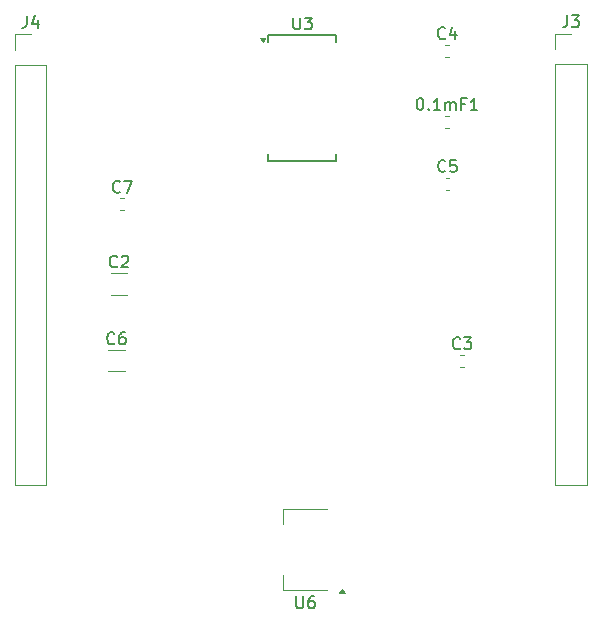
<source format=gbr>
%TF.GenerationSoftware,KiCad,Pcbnew,9.0.0*%
%TF.CreationDate,2025-04-07T20:23:24+05:30*%
%TF.ProjectId,arduino nano clone,61726475-696e-46f2-906e-616e6f20636c,rev?*%
%TF.SameCoordinates,Original*%
%TF.FileFunction,Legend,Top*%
%TF.FilePolarity,Positive*%
%FSLAX46Y46*%
G04 Gerber Fmt 4.6, Leading zero omitted, Abs format (unit mm)*
G04 Created by KiCad (PCBNEW 9.0.0) date 2025-04-07 20:23:24*
%MOMM*%
%LPD*%
G01*
G04 APERTURE LIST*
%ADD10C,0.150000*%
%ADD11C,0.120000*%
G04 APERTURE END LIST*
D10*
X176044046Y-70504819D02*
X176044046Y-71219104D01*
X176044046Y-71219104D02*
X175996427Y-71361961D01*
X175996427Y-71361961D02*
X175901189Y-71457200D01*
X175901189Y-71457200D02*
X175758332Y-71504819D01*
X175758332Y-71504819D02*
X175663094Y-71504819D01*
X176424999Y-70504819D02*
X177044046Y-70504819D01*
X177044046Y-70504819D02*
X176710713Y-70885771D01*
X176710713Y-70885771D02*
X176853570Y-70885771D01*
X176853570Y-70885771D02*
X176948808Y-70933390D01*
X176948808Y-70933390D02*
X176996427Y-70981009D01*
X176996427Y-70981009D02*
X177044046Y-71076247D01*
X177044046Y-71076247D02*
X177044046Y-71314342D01*
X177044046Y-71314342D02*
X176996427Y-71409580D01*
X176996427Y-71409580D02*
X176948808Y-71457200D01*
X176948808Y-71457200D02*
X176853570Y-71504819D01*
X176853570Y-71504819D02*
X176567856Y-71504819D01*
X176567856Y-71504819D02*
X176472618Y-71457200D01*
X176472618Y-71457200D02*
X176424999Y-71409580D01*
X138185713Y-85429580D02*
X138138094Y-85477200D01*
X138138094Y-85477200D02*
X137995237Y-85524819D01*
X137995237Y-85524819D02*
X137899999Y-85524819D01*
X137899999Y-85524819D02*
X137757142Y-85477200D01*
X137757142Y-85477200D02*
X137661904Y-85381961D01*
X137661904Y-85381961D02*
X137614285Y-85286723D01*
X137614285Y-85286723D02*
X137566666Y-85096247D01*
X137566666Y-85096247D02*
X137566666Y-84953390D01*
X137566666Y-84953390D02*
X137614285Y-84762914D01*
X137614285Y-84762914D02*
X137661904Y-84667676D01*
X137661904Y-84667676D02*
X137757142Y-84572438D01*
X137757142Y-84572438D02*
X137899999Y-84524819D01*
X137899999Y-84524819D02*
X137995237Y-84524819D01*
X137995237Y-84524819D02*
X138138094Y-84572438D01*
X138138094Y-84572438D02*
X138185713Y-84620057D01*
X138519047Y-84524819D02*
X139185713Y-84524819D01*
X139185713Y-84524819D02*
X138757142Y-85524819D01*
X153115475Y-119704819D02*
X153115475Y-120514342D01*
X153115475Y-120514342D02*
X153163094Y-120609580D01*
X153163094Y-120609580D02*
X153210713Y-120657200D01*
X153210713Y-120657200D02*
X153305951Y-120704819D01*
X153305951Y-120704819D02*
X153496427Y-120704819D01*
X153496427Y-120704819D02*
X153591665Y-120657200D01*
X153591665Y-120657200D02*
X153639284Y-120609580D01*
X153639284Y-120609580D02*
X153686903Y-120514342D01*
X153686903Y-120514342D02*
X153686903Y-119704819D01*
X154591665Y-119704819D02*
X154401189Y-119704819D01*
X154401189Y-119704819D02*
X154305951Y-119752438D01*
X154305951Y-119752438D02*
X154258332Y-119800057D01*
X154258332Y-119800057D02*
X154163094Y-119942914D01*
X154163094Y-119942914D02*
X154115475Y-120133390D01*
X154115475Y-120133390D02*
X154115475Y-120514342D01*
X154115475Y-120514342D02*
X154163094Y-120609580D01*
X154163094Y-120609580D02*
X154210713Y-120657200D01*
X154210713Y-120657200D02*
X154305951Y-120704819D01*
X154305951Y-120704819D02*
X154496427Y-120704819D01*
X154496427Y-120704819D02*
X154591665Y-120657200D01*
X154591665Y-120657200D02*
X154639284Y-120609580D01*
X154639284Y-120609580D02*
X154686903Y-120514342D01*
X154686903Y-120514342D02*
X154686903Y-120276247D01*
X154686903Y-120276247D02*
X154639284Y-120181009D01*
X154639284Y-120181009D02*
X154591665Y-120133390D01*
X154591665Y-120133390D02*
X154496427Y-120085771D01*
X154496427Y-120085771D02*
X154305951Y-120085771D01*
X154305951Y-120085771D02*
X154210713Y-120133390D01*
X154210713Y-120133390D02*
X154163094Y-120181009D01*
X154163094Y-120181009D02*
X154115475Y-120276247D01*
X137935713Y-91759580D02*
X137888094Y-91807200D01*
X137888094Y-91807200D02*
X137745237Y-91854819D01*
X137745237Y-91854819D02*
X137649999Y-91854819D01*
X137649999Y-91854819D02*
X137507142Y-91807200D01*
X137507142Y-91807200D02*
X137411904Y-91711961D01*
X137411904Y-91711961D02*
X137364285Y-91616723D01*
X137364285Y-91616723D02*
X137316666Y-91426247D01*
X137316666Y-91426247D02*
X137316666Y-91283390D01*
X137316666Y-91283390D02*
X137364285Y-91092914D01*
X137364285Y-91092914D02*
X137411904Y-90997676D01*
X137411904Y-90997676D02*
X137507142Y-90902438D01*
X137507142Y-90902438D02*
X137649999Y-90854819D01*
X137649999Y-90854819D02*
X137745237Y-90854819D01*
X137745237Y-90854819D02*
X137888094Y-90902438D01*
X137888094Y-90902438D02*
X137935713Y-90950057D01*
X138316666Y-90950057D02*
X138364285Y-90902438D01*
X138364285Y-90902438D02*
X138459523Y-90854819D01*
X138459523Y-90854819D02*
X138697618Y-90854819D01*
X138697618Y-90854819D02*
X138792856Y-90902438D01*
X138792856Y-90902438D02*
X138840475Y-90950057D01*
X138840475Y-90950057D02*
X138888094Y-91045295D01*
X138888094Y-91045295D02*
X138888094Y-91140533D01*
X138888094Y-91140533D02*
X138840475Y-91283390D01*
X138840475Y-91283390D02*
X138269047Y-91854819D01*
X138269047Y-91854819D02*
X138888094Y-91854819D01*
X166985713Y-98679580D02*
X166938094Y-98727200D01*
X166938094Y-98727200D02*
X166795237Y-98774819D01*
X166795237Y-98774819D02*
X166699999Y-98774819D01*
X166699999Y-98774819D02*
X166557142Y-98727200D01*
X166557142Y-98727200D02*
X166461904Y-98631961D01*
X166461904Y-98631961D02*
X166414285Y-98536723D01*
X166414285Y-98536723D02*
X166366666Y-98346247D01*
X166366666Y-98346247D02*
X166366666Y-98203390D01*
X166366666Y-98203390D02*
X166414285Y-98012914D01*
X166414285Y-98012914D02*
X166461904Y-97917676D01*
X166461904Y-97917676D02*
X166557142Y-97822438D01*
X166557142Y-97822438D02*
X166699999Y-97774819D01*
X166699999Y-97774819D02*
X166795237Y-97774819D01*
X166795237Y-97774819D02*
X166938094Y-97822438D01*
X166938094Y-97822438D02*
X166985713Y-97870057D01*
X167319047Y-97774819D02*
X167938094Y-97774819D01*
X167938094Y-97774819D02*
X167604761Y-98155771D01*
X167604761Y-98155771D02*
X167747618Y-98155771D01*
X167747618Y-98155771D02*
X167842856Y-98203390D01*
X167842856Y-98203390D02*
X167890475Y-98251009D01*
X167890475Y-98251009D02*
X167938094Y-98346247D01*
X167938094Y-98346247D02*
X167938094Y-98584342D01*
X167938094Y-98584342D02*
X167890475Y-98679580D01*
X167890475Y-98679580D02*
X167842856Y-98727200D01*
X167842856Y-98727200D02*
X167747618Y-98774819D01*
X167747618Y-98774819D02*
X167461904Y-98774819D01*
X167461904Y-98774819D02*
X167366666Y-98727200D01*
X167366666Y-98727200D02*
X167319047Y-98679580D01*
X165735713Y-83679580D02*
X165688094Y-83727200D01*
X165688094Y-83727200D02*
X165545237Y-83774819D01*
X165545237Y-83774819D02*
X165449999Y-83774819D01*
X165449999Y-83774819D02*
X165307142Y-83727200D01*
X165307142Y-83727200D02*
X165211904Y-83631961D01*
X165211904Y-83631961D02*
X165164285Y-83536723D01*
X165164285Y-83536723D02*
X165116666Y-83346247D01*
X165116666Y-83346247D02*
X165116666Y-83203390D01*
X165116666Y-83203390D02*
X165164285Y-83012914D01*
X165164285Y-83012914D02*
X165211904Y-82917676D01*
X165211904Y-82917676D02*
X165307142Y-82822438D01*
X165307142Y-82822438D02*
X165449999Y-82774819D01*
X165449999Y-82774819D02*
X165545237Y-82774819D01*
X165545237Y-82774819D02*
X165688094Y-82822438D01*
X165688094Y-82822438D02*
X165735713Y-82870057D01*
X166640475Y-82774819D02*
X166164285Y-82774819D01*
X166164285Y-82774819D02*
X166116666Y-83251009D01*
X166116666Y-83251009D02*
X166164285Y-83203390D01*
X166164285Y-83203390D02*
X166259523Y-83155771D01*
X166259523Y-83155771D02*
X166497618Y-83155771D01*
X166497618Y-83155771D02*
X166592856Y-83203390D01*
X166592856Y-83203390D02*
X166640475Y-83251009D01*
X166640475Y-83251009D02*
X166688094Y-83346247D01*
X166688094Y-83346247D02*
X166688094Y-83584342D01*
X166688094Y-83584342D02*
X166640475Y-83679580D01*
X166640475Y-83679580D02*
X166592856Y-83727200D01*
X166592856Y-83727200D02*
X166497618Y-83774819D01*
X166497618Y-83774819D02*
X166259523Y-83774819D01*
X166259523Y-83774819D02*
X166164285Y-83727200D01*
X166164285Y-83727200D02*
X166116666Y-83679580D01*
X137710713Y-98259580D02*
X137663094Y-98307200D01*
X137663094Y-98307200D02*
X137520237Y-98354819D01*
X137520237Y-98354819D02*
X137424999Y-98354819D01*
X137424999Y-98354819D02*
X137282142Y-98307200D01*
X137282142Y-98307200D02*
X137186904Y-98211961D01*
X137186904Y-98211961D02*
X137139285Y-98116723D01*
X137139285Y-98116723D02*
X137091666Y-97926247D01*
X137091666Y-97926247D02*
X137091666Y-97783390D01*
X137091666Y-97783390D02*
X137139285Y-97592914D01*
X137139285Y-97592914D02*
X137186904Y-97497676D01*
X137186904Y-97497676D02*
X137282142Y-97402438D01*
X137282142Y-97402438D02*
X137424999Y-97354819D01*
X137424999Y-97354819D02*
X137520237Y-97354819D01*
X137520237Y-97354819D02*
X137663094Y-97402438D01*
X137663094Y-97402438D02*
X137710713Y-97450057D01*
X138567856Y-97354819D02*
X138377380Y-97354819D01*
X138377380Y-97354819D02*
X138282142Y-97402438D01*
X138282142Y-97402438D02*
X138234523Y-97450057D01*
X138234523Y-97450057D02*
X138139285Y-97592914D01*
X138139285Y-97592914D02*
X138091666Y-97783390D01*
X138091666Y-97783390D02*
X138091666Y-98164342D01*
X138091666Y-98164342D02*
X138139285Y-98259580D01*
X138139285Y-98259580D02*
X138186904Y-98307200D01*
X138186904Y-98307200D02*
X138282142Y-98354819D01*
X138282142Y-98354819D02*
X138472618Y-98354819D01*
X138472618Y-98354819D02*
X138567856Y-98307200D01*
X138567856Y-98307200D02*
X138615475Y-98259580D01*
X138615475Y-98259580D02*
X138663094Y-98164342D01*
X138663094Y-98164342D02*
X138663094Y-97926247D01*
X138663094Y-97926247D02*
X138615475Y-97831009D01*
X138615475Y-97831009D02*
X138567856Y-97783390D01*
X138567856Y-97783390D02*
X138472618Y-97735771D01*
X138472618Y-97735771D02*
X138282142Y-97735771D01*
X138282142Y-97735771D02*
X138186904Y-97783390D01*
X138186904Y-97783390D02*
X138139285Y-97831009D01*
X138139285Y-97831009D02*
X138091666Y-97926247D01*
X163544047Y-77524819D02*
X163639285Y-77524819D01*
X163639285Y-77524819D02*
X163734523Y-77572438D01*
X163734523Y-77572438D02*
X163782142Y-77620057D01*
X163782142Y-77620057D02*
X163829761Y-77715295D01*
X163829761Y-77715295D02*
X163877380Y-77905771D01*
X163877380Y-77905771D02*
X163877380Y-78143866D01*
X163877380Y-78143866D02*
X163829761Y-78334342D01*
X163829761Y-78334342D02*
X163782142Y-78429580D01*
X163782142Y-78429580D02*
X163734523Y-78477200D01*
X163734523Y-78477200D02*
X163639285Y-78524819D01*
X163639285Y-78524819D02*
X163544047Y-78524819D01*
X163544047Y-78524819D02*
X163448809Y-78477200D01*
X163448809Y-78477200D02*
X163401190Y-78429580D01*
X163401190Y-78429580D02*
X163353571Y-78334342D01*
X163353571Y-78334342D02*
X163305952Y-78143866D01*
X163305952Y-78143866D02*
X163305952Y-77905771D01*
X163305952Y-77905771D02*
X163353571Y-77715295D01*
X163353571Y-77715295D02*
X163401190Y-77620057D01*
X163401190Y-77620057D02*
X163448809Y-77572438D01*
X163448809Y-77572438D02*
X163544047Y-77524819D01*
X164305952Y-78429580D02*
X164353571Y-78477200D01*
X164353571Y-78477200D02*
X164305952Y-78524819D01*
X164305952Y-78524819D02*
X164258333Y-78477200D01*
X164258333Y-78477200D02*
X164305952Y-78429580D01*
X164305952Y-78429580D02*
X164305952Y-78524819D01*
X165305951Y-78524819D02*
X164734523Y-78524819D01*
X165020237Y-78524819D02*
X165020237Y-77524819D01*
X165020237Y-77524819D02*
X164924999Y-77667676D01*
X164924999Y-77667676D02*
X164829761Y-77762914D01*
X164829761Y-77762914D02*
X164734523Y-77810533D01*
X165734523Y-78524819D02*
X165734523Y-77858152D01*
X165734523Y-77953390D02*
X165782142Y-77905771D01*
X165782142Y-77905771D02*
X165877380Y-77858152D01*
X165877380Y-77858152D02*
X166020237Y-77858152D01*
X166020237Y-77858152D02*
X166115475Y-77905771D01*
X166115475Y-77905771D02*
X166163094Y-78001009D01*
X166163094Y-78001009D02*
X166163094Y-78524819D01*
X166163094Y-78001009D02*
X166210713Y-77905771D01*
X166210713Y-77905771D02*
X166305951Y-77858152D01*
X166305951Y-77858152D02*
X166448808Y-77858152D01*
X166448808Y-77858152D02*
X166544047Y-77905771D01*
X166544047Y-77905771D02*
X166591666Y-78001009D01*
X166591666Y-78001009D02*
X166591666Y-78524819D01*
X167401189Y-78001009D02*
X167067856Y-78001009D01*
X167067856Y-78524819D02*
X167067856Y-77524819D01*
X167067856Y-77524819D02*
X167544046Y-77524819D01*
X168448808Y-78524819D02*
X167877380Y-78524819D01*
X168163094Y-78524819D02*
X168163094Y-77524819D01*
X168163094Y-77524819D02*
X168067856Y-77667676D01*
X168067856Y-77667676D02*
X167972618Y-77762914D01*
X167972618Y-77762914D02*
X167877380Y-77810533D01*
X165710713Y-72429580D02*
X165663094Y-72477200D01*
X165663094Y-72477200D02*
X165520237Y-72524819D01*
X165520237Y-72524819D02*
X165424999Y-72524819D01*
X165424999Y-72524819D02*
X165282142Y-72477200D01*
X165282142Y-72477200D02*
X165186904Y-72381961D01*
X165186904Y-72381961D02*
X165139285Y-72286723D01*
X165139285Y-72286723D02*
X165091666Y-72096247D01*
X165091666Y-72096247D02*
X165091666Y-71953390D01*
X165091666Y-71953390D02*
X165139285Y-71762914D01*
X165139285Y-71762914D02*
X165186904Y-71667676D01*
X165186904Y-71667676D02*
X165282142Y-71572438D01*
X165282142Y-71572438D02*
X165424999Y-71524819D01*
X165424999Y-71524819D02*
X165520237Y-71524819D01*
X165520237Y-71524819D02*
X165663094Y-71572438D01*
X165663094Y-71572438D02*
X165710713Y-71620057D01*
X166567856Y-71858152D02*
X166567856Y-72524819D01*
X166329761Y-71477200D02*
X166091666Y-72191485D01*
X166091666Y-72191485D02*
X166710713Y-72191485D01*
X152865475Y-70704819D02*
X152865475Y-71514342D01*
X152865475Y-71514342D02*
X152913094Y-71609580D01*
X152913094Y-71609580D02*
X152960713Y-71657200D01*
X152960713Y-71657200D02*
X153055951Y-71704819D01*
X153055951Y-71704819D02*
X153246427Y-71704819D01*
X153246427Y-71704819D02*
X153341665Y-71657200D01*
X153341665Y-71657200D02*
X153389284Y-71609580D01*
X153389284Y-71609580D02*
X153436903Y-71514342D01*
X153436903Y-71514342D02*
X153436903Y-70704819D01*
X153817856Y-70704819D02*
X154436903Y-70704819D01*
X154436903Y-70704819D02*
X154103570Y-71085771D01*
X154103570Y-71085771D02*
X154246427Y-71085771D01*
X154246427Y-71085771D02*
X154341665Y-71133390D01*
X154341665Y-71133390D02*
X154389284Y-71181009D01*
X154389284Y-71181009D02*
X154436903Y-71276247D01*
X154436903Y-71276247D02*
X154436903Y-71514342D01*
X154436903Y-71514342D02*
X154389284Y-71609580D01*
X154389284Y-71609580D02*
X154341665Y-71657200D01*
X154341665Y-71657200D02*
X154246427Y-71704819D01*
X154246427Y-71704819D02*
X153960713Y-71704819D01*
X153960713Y-71704819D02*
X153865475Y-71657200D01*
X153865475Y-71657200D02*
X153817856Y-71609580D01*
X130294046Y-70544819D02*
X130294046Y-71259104D01*
X130294046Y-71259104D02*
X130246427Y-71401961D01*
X130246427Y-71401961D02*
X130151189Y-71497200D01*
X130151189Y-71497200D02*
X130008332Y-71544819D01*
X130008332Y-71544819D02*
X129913094Y-71544819D01*
X131198808Y-70878152D02*
X131198808Y-71544819D01*
X130960713Y-70497200D02*
X130722618Y-71211485D01*
X130722618Y-71211485D02*
X131341665Y-71211485D01*
D11*
%TO.C,J3*%
X175047380Y-72050000D02*
X176377380Y-72050000D01*
X175047380Y-73380000D02*
X175047380Y-72050000D01*
X175047380Y-74650000D02*
X175047380Y-110270000D01*
X175047380Y-74650000D02*
X177707380Y-74650000D01*
X175047380Y-110270000D02*
X177707380Y-110270000D01*
X177707380Y-74650000D02*
X177707380Y-110270000D01*
%TO.C,C7*%
X138211800Y-85990000D02*
X138492960Y-85990000D01*
X138211800Y-87010000D02*
X138492960Y-87010000D01*
%TO.C,U6*%
X151967380Y-112340000D02*
X151967380Y-113600000D01*
X151967380Y-119160000D02*
X151967380Y-117900000D01*
X155727380Y-112340000D02*
X151967380Y-112340000D01*
X155727380Y-119160000D02*
X151967380Y-119160000D01*
X157247380Y-119390000D02*
X156767380Y-119390000D01*
X157007380Y-119060000D01*
X157247380Y-119390000D01*
G36*
X157247380Y-119390000D02*
G01*
X156767380Y-119390000D01*
X157007380Y-119060000D01*
X157247380Y-119390000D01*
G37*
%TO.C,C2*%
X137391128Y-92340000D02*
X138813632Y-92340000D01*
X137391128Y-94160000D02*
X138813632Y-94160000D01*
%TO.C,C3*%
X167011800Y-99240000D02*
X167292960Y-99240000D01*
X167011800Y-100260000D02*
X167292960Y-100260000D01*
%TO.C,C5*%
X165761800Y-84240000D02*
X166042960Y-84240000D01*
X165761800Y-85260000D02*
X166042960Y-85260000D01*
%TO.C,C6*%
X137166128Y-98840000D02*
X138588632Y-98840000D01*
X137166128Y-100660000D02*
X138588632Y-100660000D01*
%TO.C,0.1mF1*%
X165736800Y-78990000D02*
X166017960Y-78990000D01*
X165736800Y-80010000D02*
X166017960Y-80010000D01*
%TO.C,C4*%
X165736800Y-72990000D02*
X166017960Y-72990000D01*
X165736800Y-74010000D02*
X166017960Y-74010000D01*
D10*
%TO.C,U3*%
X150752380Y-72175000D02*
X150752380Y-72750000D01*
X150752380Y-72175000D02*
X156502380Y-72175000D01*
X150752380Y-82250000D02*
X150752380Y-82825000D01*
X150752380Y-82825000D02*
X156502380Y-82825000D01*
X156502380Y-72175000D02*
X156502380Y-72750000D01*
X156502380Y-82250000D02*
X156502380Y-82825000D01*
D11*
X150252380Y-72750000D02*
X150012380Y-72420000D01*
X150492380Y-72420000D01*
X150252380Y-72750000D01*
G36*
X150252380Y-72750000D02*
G01*
X150012380Y-72420000D01*
X150492380Y-72420000D01*
X150252380Y-72750000D01*
G37*
%TO.C,J4*%
X129297380Y-72090000D02*
X130627380Y-72090000D01*
X129297380Y-73420000D02*
X129297380Y-72090000D01*
X129297380Y-74690000D02*
X129297380Y-110310000D01*
X129297380Y-74690000D02*
X131957380Y-74690000D01*
X129297380Y-110310000D02*
X131957380Y-110310000D01*
X131957380Y-74690000D02*
X131957380Y-110310000D01*
%TD*%
M02*

</source>
